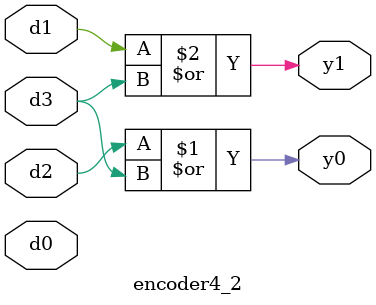
<source format=v>
`timescale 1ns / 1ps


module encoder4_2(input d0,d1,d2,d3,output y0,y1);
assign y0=d2|d3;
assign y1=d1|d3;
endmodule

</source>
